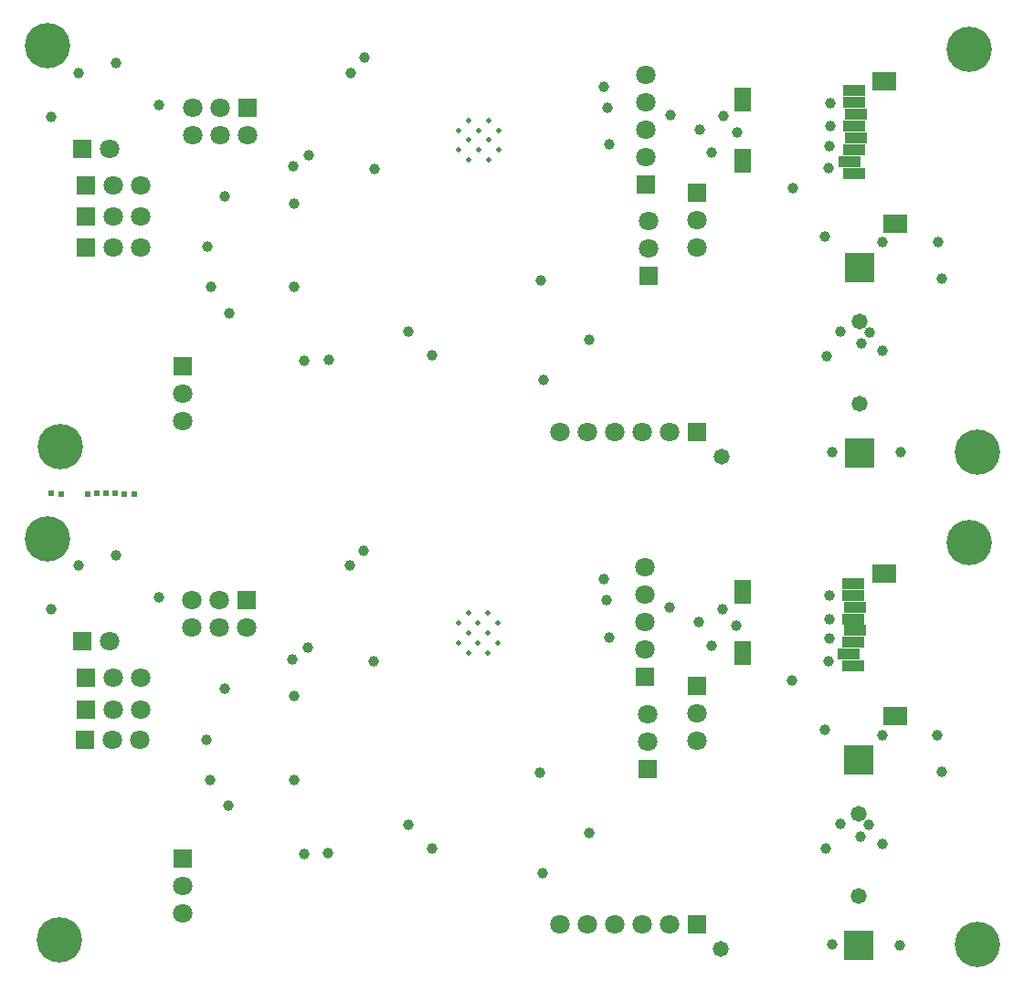
<source format=gbs>
G04*
G04 #@! TF.GenerationSoftware,Altium Limited,Altium Designer,21.2.1 (34)*
G04*
G04 Layer_Color=16711935*
%FSTAX24Y24*%
%MOIN*%
G70*
G04*
G04 #@! TF.SameCoordinates,4836809B-9F31-4557-A587-2B421E0CA4AD*
G04*
G04*
G04 #@! TF.FilePolarity,Negative*
G04*
G01*
G75*
%ADD52R,0.0710X0.0710*%
%ADD53C,0.0710*%
%ADD54C,0.0198*%
%ADD55R,0.0710X0.0710*%
%ADD56C,0.0237*%
%ADD57C,0.1655*%
%ADD58C,0.0395*%
%ADD59C,0.0580*%
%ADD74R,0.1064X0.1064*%
%ADD75R,0.0631X0.0867*%
%ADD76R,0.0867X0.0710*%
%ADD77R,0.0789X0.0395*%
D52*
X019437Y033317D02*
D03*
X019453Y051298D02*
D03*
X03822Y057618D02*
D03*
X03633Y057939D02*
D03*
X036425Y054581D02*
D03*
X038205Y039638D02*
D03*
X036315Y039959D02*
D03*
X036409Y036601D02*
D03*
D53*
X019437Y032317D02*
D03*
Y031317D02*
D03*
X021791Y059731D02*
D03*
X020791D02*
D03*
X019791D02*
D03*
X020791Y060731D02*
D03*
X019791D02*
D03*
X017921Y056754D02*
D03*
X016921D02*
D03*
X017913Y057896D02*
D03*
X016913D02*
D03*
X019453Y049298D02*
D03*
Y050298D02*
D03*
X03822Y055618D02*
D03*
Y056618D02*
D03*
X03633Y061939D02*
D03*
Y060939D02*
D03*
Y059939D02*
D03*
Y058939D02*
D03*
X036425Y056581D02*
D03*
Y055581D02*
D03*
X017901Y055632D02*
D03*
X016901D02*
D03*
X016783Y059239D02*
D03*
X037224Y048904D02*
D03*
X036224D02*
D03*
X035224D02*
D03*
X034224D02*
D03*
X033224D02*
D03*
X021775Y04175D02*
D03*
X020775D02*
D03*
X019775D02*
D03*
X020775Y04275D02*
D03*
X019775D02*
D03*
X017905Y038774D02*
D03*
X016905D02*
D03*
X017897Y039916D02*
D03*
X016897D02*
D03*
X038205Y037638D02*
D03*
Y038638D02*
D03*
X036315Y043959D02*
D03*
Y042959D02*
D03*
Y041959D02*
D03*
Y040959D02*
D03*
X036409Y038601D02*
D03*
Y037601D02*
D03*
X017886Y037652D02*
D03*
X016886D02*
D03*
X016767Y041258D02*
D03*
X037208Y030924D02*
D03*
X036208D02*
D03*
X035208D02*
D03*
X034208D02*
D03*
X033208D02*
D03*
D54*
X0306Y058821D02*
D03*
X029878D02*
D03*
X030962Y059183D02*
D03*
X030239D02*
D03*
X029517D02*
D03*
X0306Y059544D02*
D03*
X029878D02*
D03*
X030962Y059905D02*
D03*
X030239D02*
D03*
X029517D02*
D03*
X0306Y060266D02*
D03*
X029878D02*
D03*
X029862Y042286D02*
D03*
X030585D02*
D03*
X029501Y041925D02*
D03*
X030223D02*
D03*
X030946D02*
D03*
X029862Y041564D02*
D03*
X030585D02*
D03*
X029501Y041202D02*
D03*
X030223D02*
D03*
X030946D02*
D03*
X029862Y040841D02*
D03*
X030585D02*
D03*
D55*
X021791Y060731D02*
D03*
X015921Y056754D02*
D03*
X015913Y057896D02*
D03*
X015901Y055632D02*
D03*
X015783Y059239D02*
D03*
X038224Y048904D02*
D03*
X021775Y04275D02*
D03*
X015905Y038774D02*
D03*
X015897Y039916D02*
D03*
X015886Y037652D02*
D03*
X015768Y041258D02*
D03*
X038208Y030924D02*
D03*
D56*
X014992Y046638D02*
D03*
X014638Y04665D02*
D03*
X015972Y046638D02*
D03*
X016311Y046642D02*
D03*
X016646D02*
D03*
X016976D02*
D03*
X017311Y046634D02*
D03*
X017677Y04663D02*
D03*
D57*
X014949Y030366D02*
D03*
X04813Y044874D02*
D03*
X048425Y030181D02*
D03*
X014492Y045008D02*
D03*
X014965Y048346D02*
D03*
X014508Y062988D02*
D03*
X048441Y048161D02*
D03*
X048146Y062854D02*
D03*
D58*
X020315Y037665D02*
D03*
X020963Y039522D02*
D03*
X041685Y039827D02*
D03*
X03828Y041961D02*
D03*
X039157Y042433D02*
D03*
X039644Y041837D02*
D03*
X038732Y041102D02*
D03*
X037213Y042492D02*
D03*
X035008Y041398D02*
D03*
X042992Y040536D02*
D03*
X043051Y042917D02*
D03*
X043035Y041346D02*
D03*
X043047Y042075D02*
D03*
X044177Y034134D02*
D03*
X043441Y03459D02*
D03*
X042913Y033681D02*
D03*
X044484Y034547D02*
D03*
X042874Y038039D02*
D03*
X04698Y037839D02*
D03*
X044963D02*
D03*
X04497Y033872D02*
D03*
X047134Y036496D02*
D03*
X043138Y030181D02*
D03*
X045618Y030165D02*
D03*
X026411Y040514D02*
D03*
X034272Y034264D02*
D03*
X034917Y042756D02*
D03*
X034801Y043514D02*
D03*
X023457Y040606D02*
D03*
X023492Y039244D02*
D03*
Y036201D02*
D03*
X024012Y041024D02*
D03*
X025549Y044014D02*
D03*
X021114Y035248D02*
D03*
X032579Y032807D02*
D03*
X027661Y034575D02*
D03*
X026043Y044567D02*
D03*
X023858Y0335D02*
D03*
X032488Y036453D02*
D03*
X024756Y033531D02*
D03*
X028535Y033705D02*
D03*
X018559Y042843D02*
D03*
X020445Y036205D02*
D03*
X017Y044382D02*
D03*
X01563Y044012D02*
D03*
X014634Y042417D02*
D03*
X017016Y062362D02*
D03*
X020461Y054185D02*
D03*
X023508Y054181D02*
D03*
X026059Y062547D02*
D03*
X032504Y054433D02*
D03*
X034933Y060736D02*
D03*
X034817Y061494D02*
D03*
X038748Y059083D02*
D03*
X039659Y059817D02*
D03*
X04289Y05602D02*
D03*
X043008Y058516D02*
D03*
X046996Y055819D02*
D03*
X01465Y060398D02*
D03*
X015646Y061992D02*
D03*
X020331Y055646D02*
D03*
X02113Y053228D02*
D03*
X023472Y058587D02*
D03*
X023508Y057224D02*
D03*
X027677Y052555D02*
D03*
X028551Y051685D02*
D03*
X032594Y050787D02*
D03*
X037228Y060472D02*
D03*
X042929Y051661D02*
D03*
X043457Y052571D02*
D03*
X0445Y052528D02*
D03*
X018575Y060823D02*
D03*
X020978Y057502D02*
D03*
X024028Y059004D02*
D03*
X026427Y058494D02*
D03*
X035024Y059378D02*
D03*
X038295Y059941D02*
D03*
X043154Y048161D02*
D03*
X044193Y052114D02*
D03*
X044986Y051852D02*
D03*
X044978Y055819D02*
D03*
X043051Y059327D02*
D03*
X043063Y060055D02*
D03*
X043067Y060898D02*
D03*
X045634Y048146D02*
D03*
X04715Y054476D02*
D03*
X023874Y05148D02*
D03*
X024772Y051512D02*
D03*
X025565Y061994D02*
D03*
X034287Y052244D02*
D03*
X041701Y057807D02*
D03*
X039173Y060413D02*
D03*
D59*
X044128Y052927D02*
D03*
X044126Y049933D02*
D03*
X04411Y031953D02*
D03*
X044112Y034947D02*
D03*
X039079Y03002D02*
D03*
X039094Y048D02*
D03*
D74*
X044126Y054904D02*
D03*
Y048132D02*
D03*
X04411Y030152D02*
D03*
Y036924D02*
D03*
D75*
X039882Y061035D02*
D03*
Y058791D02*
D03*
X039866Y040811D02*
D03*
Y043055D02*
D03*
D76*
X045441Y056508D02*
D03*
X045047Y061693D02*
D03*
X045031Y043713D02*
D03*
X045425Y038528D02*
D03*
D77*
X043925Y059189D02*
D03*
X043768Y058756D02*
D03*
X044004Y059622D02*
D03*
X043925Y060055D02*
D03*
X044004Y060488D02*
D03*
X043925Y060921D02*
D03*
Y061354D02*
D03*
Y058323D02*
D03*
X043909Y040343D02*
D03*
Y043374D02*
D03*
Y042941D02*
D03*
X043988Y042508D02*
D03*
X043909Y042075D02*
D03*
X043988Y041642D02*
D03*
X043752Y040776D02*
D03*
X043909Y041209D02*
D03*
M02*

</source>
